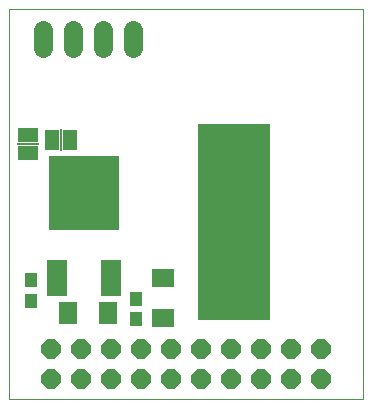
<source format=gbs>
G75*
%MOIN*%
%OFA0B0*%
%FSLAX25Y25*%
%IPPOS*%
%LPD*%
%AMOC8*
5,1,8,0,0,1.08239X$1,22.5*
%
%ADD10C,0.00000*%
%ADD11R,0.24370X0.65748*%
%ADD12R,0.23235X0.24809*%
%ADD13R,0.06699X0.12211*%
%ADD14R,0.05912X0.07487*%
%ADD15R,0.07487X0.05912*%
%ADD16OC8,0.06400*%
%ADD17C,0.06400*%
%ADD18R,0.06700X0.05000*%
%ADD19R,0.07200X0.00600*%
%ADD20R,0.05000X0.06700*%
%ADD21R,0.00600X0.07200*%
%ADD22R,0.04337X0.04731*%
D10*
X0016800Y0033989D02*
X0016800Y0163910D01*
X0134910Y0163910D01*
X0134910Y0033989D01*
X0016800Y0033989D01*
D11*
X0091820Y0093044D03*
D12*
X0041800Y0102739D03*
D13*
X0032804Y0074471D03*
X0050796Y0074471D03*
D14*
X0049743Y0062739D03*
X0036357Y0062739D03*
D15*
X0068050Y0061046D03*
X0068050Y0074432D03*
D16*
X0070855Y0050800D03*
X0070855Y0040800D03*
X0060855Y0040800D03*
X0050855Y0040800D03*
X0050855Y0050800D03*
X0060855Y0050800D03*
X0040855Y0050800D03*
X0040855Y0040800D03*
X0030855Y0040800D03*
X0030855Y0050800D03*
X0080855Y0050800D03*
X0080855Y0040800D03*
X0090855Y0040800D03*
X0090855Y0050800D03*
X0100855Y0050800D03*
X0100855Y0040800D03*
X0110855Y0040800D03*
X0110855Y0050800D03*
X0120855Y0050800D03*
X0120855Y0040800D03*
D17*
X0058050Y0150989D02*
X0058050Y0156989D01*
X0048050Y0156989D02*
X0048050Y0150989D01*
X0038050Y0150989D02*
X0038050Y0156989D01*
X0028050Y0156989D02*
X0028050Y0150989D01*
D18*
X0023050Y0121989D03*
X0023050Y0115989D03*
D19*
X0023050Y0118989D03*
D20*
X0031300Y0120239D03*
X0037300Y0120239D03*
D21*
X0034300Y0120239D03*
D22*
X0024300Y0073585D03*
X0024300Y0066893D03*
X0059300Y0067335D03*
X0059300Y0060643D03*
M02*

</source>
